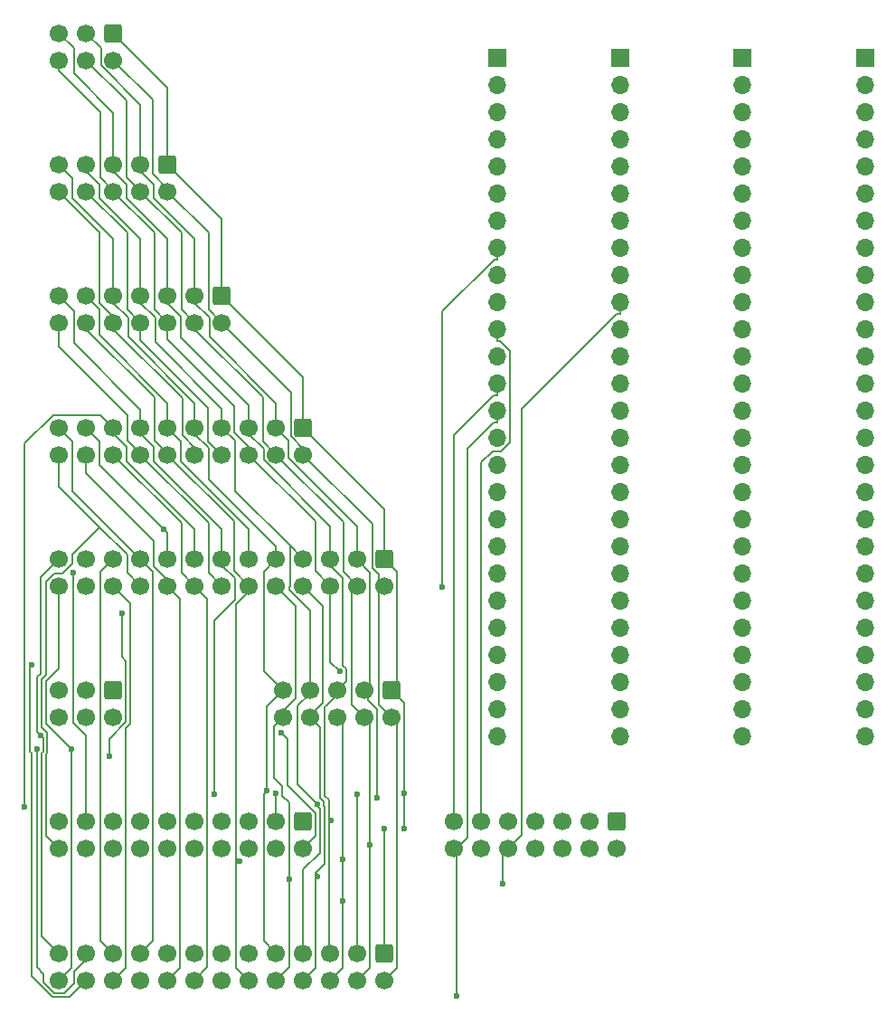
<source format=gbr>
%TF.GenerationSoftware,KiCad,Pcbnew,9.0.0*%
%TF.CreationDate,2025-04-12T15:14:54+10:00*%
%TF.ProjectId,Cable Pass Through,4361626c-6520-4506-9173-73205468726f,rev?*%
%TF.SameCoordinates,Original*%
%TF.FileFunction,Copper,L2,Bot*%
%TF.FilePolarity,Positive*%
%FSLAX46Y46*%
G04 Gerber Fmt 4.6, Leading zero omitted, Abs format (unit mm)*
G04 Created by KiCad (PCBNEW 9.0.0) date 2025-04-12 15:14:54*
%MOMM*%
%LPD*%
G01*
G04 APERTURE LIST*
G04 Aperture macros list*
%AMRoundRect*
0 Rectangle with rounded corners*
0 $1 Rounding radius*
0 $2 $3 $4 $5 $6 $7 $8 $9 X,Y pos of 4 corners*
0 Add a 4 corners polygon primitive as box body*
4,1,4,$2,$3,$4,$5,$6,$7,$8,$9,$2,$3,0*
0 Add four circle primitives for the rounded corners*
1,1,$1+$1,$2,$3*
1,1,$1+$1,$4,$5*
1,1,$1+$1,$6,$7*
1,1,$1+$1,$8,$9*
0 Add four rect primitives between the rounded corners*
20,1,$1+$1,$2,$3,$4,$5,0*
20,1,$1+$1,$4,$5,$6,$7,0*
20,1,$1+$1,$6,$7,$8,$9,0*
20,1,$1+$1,$8,$9,$2,$3,0*%
G04 Aperture macros list end*
%TA.AperFunction,ComponentPad*%
%ADD10R,1.700000X1.700000*%
%TD*%
%TA.AperFunction,ComponentPad*%
%ADD11O,1.700000X1.700000*%
%TD*%
%TA.AperFunction,ComponentPad*%
%ADD12RoundRect,0.250000X-0.600000X0.600000X-0.600000X-0.600000X0.600000X-0.600000X0.600000X0.600000X0*%
%TD*%
%TA.AperFunction,ComponentPad*%
%ADD13C,1.700000*%
%TD*%
%TA.AperFunction,ViaPad*%
%ADD14C,0.600000*%
%TD*%
%TA.AperFunction,Conductor*%
%ADD15C,0.200000*%
%TD*%
G04 APERTURE END LIST*
D10*
%TO.P,J14,1,Pin_1*%
%TO.N,/PIN_01*%
X131000000Y-45240000D03*
D11*
%TO.P,J14,2,Pin_2*%
%TO.N,/PIN_02*%
X131000000Y-47780000D03*
%TO.P,J14,3,Pin_3*%
%TO.N,/PIN_03*%
X131000000Y-50320000D03*
%TO.P,J14,4,Pin_4*%
%TO.N,/PIN_04*%
X131000000Y-52860000D03*
%TO.P,J14,5,Pin_5*%
%TO.N,/PIN_05*%
X131000000Y-55400000D03*
%TO.P,J14,6,Pin_6*%
%TO.N,/PIN_06*%
X131000000Y-57940000D03*
%TO.P,J14,7,Pin_7*%
%TO.N,/PIN_07*%
X131000000Y-60480000D03*
%TO.P,J14,8,Pin_8*%
%TO.N,/PIN_08*%
X131000000Y-63020000D03*
%TO.P,J14,9,Pin_9*%
%TO.N,/PIN_09*%
X131000000Y-65560000D03*
%TO.P,J14,10,Pin_10*%
%TO.N,/PIN_10*%
X131000000Y-68100000D03*
%TO.P,J14,11,Pin_11*%
%TO.N,/PIN_11*%
X131000000Y-70640000D03*
%TO.P,J14,12,Pin_12*%
%TO.N,/PIN_12*%
X131000000Y-73180000D03*
%TO.P,J14,13,Pin_13*%
%TO.N,/PIN_13*%
X131000000Y-75720000D03*
%TO.P,J14,14,Pin_14*%
%TO.N,/PIN_14*%
X131000000Y-78260000D03*
%TO.P,J14,15,Pin_15*%
%TO.N,/PIN_15*%
X131000000Y-80800000D03*
%TO.P,J14,16,Pin_16*%
%TO.N,/PIN_16*%
X131000000Y-83340000D03*
%TO.P,J14,17,Pin_17*%
%TO.N,/PIN_17*%
X131000000Y-85880000D03*
%TO.P,J14,18,Pin_18*%
%TO.N,/PIN_18*%
X131000000Y-88420000D03*
%TO.P,J14,19,Pin_19*%
%TO.N,/PIN_19*%
X131000000Y-90960000D03*
%TO.P,J14,20,Pin_20*%
%TO.N,/PIN_20*%
X131000000Y-93500000D03*
%TO.P,J14,21,Pin_21*%
%TO.N,/PIN_21*%
X131000000Y-96040000D03*
%TO.P,J14,22,Pin_22*%
%TO.N,/PIN_22*%
X131000000Y-98580000D03*
%TO.P,J14,23,Pin_23*%
%TO.N,/PIN_23*%
X131000000Y-101120000D03*
%TO.P,J14,24,Pin_24*%
%TO.N,/PIN_24*%
X131000000Y-103660000D03*
%TO.P,J14,25,Pin_25*%
%TO.N,/PIN_25*%
X131000000Y-106200000D03*
%TO.P,J14,26,Pin_26*%
%TO.N,/PIN_26*%
X131000000Y-108740000D03*
%TD*%
D10*
%TO.P,J13,1,Pin_1*%
%TO.N,/PIN_01*%
X119500000Y-45240000D03*
D11*
%TO.P,J13,2,Pin_2*%
%TO.N,/PIN_02*%
X119500000Y-47780000D03*
%TO.P,J13,3,Pin_3*%
%TO.N,/PIN_03*%
X119500000Y-50320000D03*
%TO.P,J13,4,Pin_4*%
%TO.N,/PIN_04*%
X119500000Y-52860000D03*
%TO.P,J13,5,Pin_5*%
%TO.N,/PIN_05*%
X119500000Y-55400000D03*
%TO.P,J13,6,Pin_6*%
%TO.N,/PIN_06*%
X119500000Y-57940000D03*
%TO.P,J13,7,Pin_7*%
%TO.N,/PIN_07*%
X119500000Y-60480000D03*
%TO.P,J13,8,Pin_8*%
%TO.N,/PIN_08*%
X119500000Y-63020000D03*
%TO.P,J13,9,Pin_9*%
%TO.N,/PIN_09*%
X119500000Y-65560000D03*
%TO.P,J13,10,Pin_10*%
%TO.N,/PIN_10*%
X119500000Y-68100000D03*
%TO.P,J13,11,Pin_11*%
%TO.N,/PIN_11*%
X119500000Y-70640000D03*
%TO.P,J13,12,Pin_12*%
%TO.N,/PIN_12*%
X119500000Y-73180000D03*
%TO.P,J13,13,Pin_13*%
%TO.N,/PIN_13*%
X119500000Y-75720000D03*
%TO.P,J13,14,Pin_14*%
%TO.N,/PIN_14*%
X119500000Y-78260000D03*
%TO.P,J13,15,Pin_15*%
%TO.N,/PIN_15*%
X119500000Y-80800000D03*
%TO.P,J13,16,Pin_16*%
%TO.N,/PIN_16*%
X119500000Y-83340000D03*
%TO.P,J13,17,Pin_17*%
%TO.N,/PIN_17*%
X119500000Y-85880000D03*
%TO.P,J13,18,Pin_18*%
%TO.N,/PIN_18*%
X119500000Y-88420000D03*
%TO.P,J13,19,Pin_19*%
%TO.N,/PIN_19*%
X119500000Y-90960000D03*
%TO.P,J13,20,Pin_20*%
%TO.N,/PIN_20*%
X119500000Y-93500000D03*
%TO.P,J13,21,Pin_21*%
%TO.N,/PIN_21*%
X119500000Y-96040000D03*
%TO.P,J13,22,Pin_22*%
%TO.N,/PIN_22*%
X119500000Y-98580000D03*
%TO.P,J13,23,Pin_23*%
%TO.N,/PIN_23*%
X119500000Y-101120000D03*
%TO.P,J13,24,Pin_24*%
%TO.N,/PIN_24*%
X119500000Y-103660000D03*
%TO.P,J13,25,Pin_25*%
%TO.N,/PIN_25*%
X119500000Y-106200000D03*
%TO.P,J13,26,Pin_26*%
%TO.N,/PIN_26*%
X119500000Y-108740000D03*
%TD*%
D10*
%TO.P,J12,1,Pin_1*%
%TO.N,/PIN_01*%
X108000000Y-45240000D03*
D11*
%TO.P,J12,2,Pin_2*%
%TO.N,/PIN_02*%
X108000000Y-47780000D03*
%TO.P,J12,3,Pin_3*%
%TO.N,/PIN_03*%
X108000000Y-50320000D03*
%TO.P,J12,4,Pin_4*%
%TO.N,/PIN_04*%
X108000000Y-52860000D03*
%TO.P,J12,5,Pin_5*%
%TO.N,/PIN_05*%
X108000000Y-55400000D03*
%TO.P,J12,6,Pin_6*%
%TO.N,/PIN_06*%
X108000000Y-57940000D03*
%TO.P,J12,7,Pin_7*%
%TO.N,/PIN_07*%
X108000000Y-60480000D03*
%TO.P,J12,8,Pin_8*%
%TO.N,/PIN_08*%
X108000000Y-63020000D03*
%TO.P,J12,9,Pin_9*%
%TO.N,/PIN_09*%
X108000000Y-65560000D03*
%TO.P,J12,10,Pin_10*%
%TO.N,/PIN_10*%
X108000000Y-68100000D03*
%TO.P,J12,11,Pin_11*%
%TO.N,/PIN_11*%
X108000000Y-70640000D03*
%TO.P,J12,12,Pin_12*%
%TO.N,/PIN_12*%
X108000000Y-73180000D03*
%TO.P,J12,13,Pin_13*%
%TO.N,/PIN_13*%
X108000000Y-75720000D03*
%TO.P,J12,14,Pin_14*%
%TO.N,/PIN_14*%
X108000000Y-78260000D03*
%TO.P,J12,15,Pin_15*%
%TO.N,/PIN_15*%
X108000000Y-80800000D03*
%TO.P,J12,16,Pin_16*%
%TO.N,/PIN_16*%
X108000000Y-83340000D03*
%TO.P,J12,17,Pin_17*%
%TO.N,/PIN_17*%
X108000000Y-85880000D03*
%TO.P,J12,18,Pin_18*%
%TO.N,/PIN_18*%
X108000000Y-88420000D03*
%TO.P,J12,19,Pin_19*%
%TO.N,/PIN_19*%
X108000000Y-90960000D03*
%TO.P,J12,20,Pin_20*%
%TO.N,/PIN_20*%
X108000000Y-93500000D03*
%TO.P,J12,21,Pin_21*%
%TO.N,/PIN_21*%
X108000000Y-96040000D03*
%TO.P,J12,22,Pin_22*%
%TO.N,/PIN_22*%
X108000000Y-98580000D03*
%TO.P,J12,23,Pin_23*%
%TO.N,/PIN_23*%
X108000000Y-101120000D03*
%TO.P,J12,24,Pin_24*%
%TO.N,/PIN_24*%
X108000000Y-103660000D03*
%TO.P,J12,25,Pin_25*%
%TO.N,/PIN_25*%
X108000000Y-106200000D03*
%TO.P,J12,26,Pin_26*%
%TO.N,/PIN_26*%
X108000000Y-108740000D03*
%TD*%
D10*
%TO.P,J3,1,Pin_1*%
%TO.N,/PIN_01*%
X96500000Y-45240000D03*
D11*
%TO.P,J3,2,Pin_2*%
%TO.N,/PIN_02*%
X96500000Y-47780000D03*
%TO.P,J3,3,Pin_3*%
%TO.N,/PIN_03*%
X96500000Y-50320000D03*
%TO.P,J3,4,Pin_4*%
%TO.N,/PIN_04*%
X96500000Y-52860000D03*
%TO.P,J3,5,Pin_5*%
%TO.N,/PIN_05*%
X96500000Y-55400000D03*
%TO.P,J3,6,Pin_6*%
%TO.N,/PIN_06*%
X96500000Y-57940000D03*
%TO.P,J3,7,Pin_7*%
%TO.N,/PIN_07*%
X96500000Y-60480000D03*
%TO.P,J3,8,Pin_8*%
%TO.N,/PIN_08*%
X96500000Y-63020000D03*
%TO.P,J3,9,Pin_9*%
%TO.N,/PIN_09*%
X96500000Y-65560000D03*
%TO.P,J3,10,Pin_10*%
%TO.N,/PIN_10*%
X96500000Y-68100000D03*
%TO.P,J3,11,Pin_11*%
%TO.N,/PIN_11*%
X96500000Y-70640000D03*
%TO.P,J3,12,Pin_12*%
%TO.N,/PIN_12*%
X96500000Y-73180000D03*
%TO.P,J3,13,Pin_13*%
%TO.N,/PIN_13*%
X96500000Y-75720000D03*
%TO.P,J3,14,Pin_14*%
%TO.N,/PIN_14*%
X96500000Y-78260000D03*
%TO.P,J3,15,Pin_15*%
%TO.N,/PIN_15*%
X96500000Y-80800000D03*
%TO.P,J3,16,Pin_16*%
%TO.N,/PIN_16*%
X96500000Y-83340000D03*
%TO.P,J3,17,Pin_17*%
%TO.N,/PIN_17*%
X96500000Y-85880000D03*
%TO.P,J3,18,Pin_18*%
%TO.N,/PIN_18*%
X96500000Y-88420000D03*
%TO.P,J3,19,Pin_19*%
%TO.N,/PIN_19*%
X96500000Y-90960000D03*
%TO.P,J3,20,Pin_20*%
%TO.N,/PIN_20*%
X96500000Y-93500000D03*
%TO.P,J3,21,Pin_21*%
%TO.N,/PIN_21*%
X96500000Y-96040000D03*
%TO.P,J3,22,Pin_22*%
%TO.N,/PIN_22*%
X96500000Y-98580000D03*
%TO.P,J3,23,Pin_23*%
%TO.N,/PIN_23*%
X96500000Y-101120000D03*
%TO.P,J3,24,Pin_24*%
%TO.N,/PIN_24*%
X96500000Y-103660000D03*
%TO.P,J3,25,Pin_25*%
%TO.N,/PIN_25*%
X96500000Y-106200000D03*
%TO.P,J3,26,Pin_26*%
%TO.N,/PIN_26*%
X96500000Y-108740000D03*
%TD*%
D12*
%TO.P,J6,1,Pin_1*%
%TO.N,/PIN_01*%
X78350000Y-79862600D03*
D13*
%TO.P,J6,2,Pin_2*%
%TO.N,/PIN_02*%
X78350000Y-82402600D03*
%TO.P,J6,3,Pin_3*%
%TO.N,/PIN_03*%
X75810000Y-79862600D03*
%TO.P,J6,4,Pin_4*%
%TO.N,/PIN_04*%
X75810000Y-82402600D03*
%TO.P,J6,5,Pin_5*%
%TO.N,/PIN_05*%
X73270000Y-79862600D03*
%TO.P,J6,6,Pin_6*%
%TO.N,/PIN_06*%
X73270000Y-82402600D03*
%TO.P,J6,7,Pin_7*%
%TO.N,/PIN_07*%
X70730000Y-79862600D03*
%TO.P,J6,8,Pin_8*%
%TO.N,/PIN_08*%
X70730000Y-82402600D03*
%TO.P,J6,9,Pin_9*%
%TO.N,/PIN_09*%
X68190000Y-79862600D03*
%TO.P,J6,10,Pin_10*%
%TO.N,/PIN_10*%
X68190000Y-82402600D03*
%TO.P,J6,11,Pin_11*%
%TO.N,/PIN_11*%
X65650000Y-79862600D03*
%TO.P,J6,12,Pin_12*%
%TO.N,/PIN_12*%
X65650000Y-82402600D03*
%TO.P,J6,13,Pin_13*%
%TO.N,/PIN_13*%
X63110000Y-79862600D03*
%TO.P,J6,14,Pin_14*%
%TO.N,/PIN_14*%
X63110000Y-82402600D03*
%TO.P,J6,15,Pin_15*%
%TO.N,/PIN_15*%
X60570000Y-79862600D03*
%TO.P,J6,16,Pin_16*%
%TO.N,/PIN_16*%
X60570000Y-82402600D03*
%TO.P,J6,17,Pin_17*%
%TO.N,/PIN_17*%
X58030000Y-79862600D03*
%TO.P,J6,18,Pin_18*%
%TO.N,/PIN_18*%
X58030000Y-82402600D03*
%TO.P,J6,19,Pin_19*%
%TO.N,/PIN_19*%
X55490000Y-79862600D03*
%TO.P,J6,20,Pin_20*%
%TO.N,/PIN_20*%
X55490000Y-82402600D03*
%TD*%
D12*
%TO.P,J10,1,Pin_1*%
%TO.N,/PIN_01*%
X78350000Y-116765100D03*
D13*
%TO.P,J10,2,Pin_2*%
%TO.N,/PIN_02*%
X78350000Y-119305100D03*
%TO.P,J10,3,Pin_3*%
%TO.N,/PIN_03*%
X75810000Y-116765100D03*
%TO.P,J10,4,Pin_4*%
%TO.N,/PIN_04*%
X75810000Y-119305100D03*
%TO.P,J10,5,Pin_5*%
%TO.N,/PIN_05*%
X73270000Y-116765100D03*
%TO.P,J10,6,Pin_6*%
%TO.N,/PIN_06*%
X73270000Y-119305100D03*
%TO.P,J10,7,Pin_7*%
%TO.N,/PIN_07*%
X70730000Y-116765100D03*
%TO.P,J10,8,Pin_8*%
%TO.N,/PIN_08*%
X70730000Y-119305100D03*
%TO.P,J10,9,Pin_9*%
%TO.N,/PIN_09*%
X68190000Y-116765100D03*
%TO.P,J10,10,Pin_10*%
%TO.N,/PIN_10*%
X68190000Y-119305100D03*
%TO.P,J10,11,Pin_11*%
%TO.N,/PIN_11*%
X65650000Y-116765100D03*
%TO.P,J10,12,Pin_12*%
%TO.N,/PIN_12*%
X65650000Y-119305100D03*
%TO.P,J10,13,Pin_13*%
%TO.N,/PIN_13*%
X63110000Y-116765100D03*
%TO.P,J10,14,Pin_14*%
%TO.N,/PIN_14*%
X63110000Y-119305100D03*
%TO.P,J10,15,Pin_15*%
%TO.N,/PIN_15*%
X60570000Y-116765100D03*
%TO.P,J10,16,Pin_16*%
%TO.N,/PIN_16*%
X60570000Y-119305100D03*
%TO.P,J10,17,Pin_17*%
%TO.N,/PIN_17*%
X58030000Y-116765100D03*
%TO.P,J10,18,Pin_18*%
%TO.N,/PIN_18*%
X58030000Y-119305100D03*
%TO.P,J10,19,Pin_19*%
%TO.N,/PIN_19*%
X55490000Y-116765100D03*
%TO.P,J10,20,Pin_20*%
%TO.N,/PIN_20*%
X55490000Y-119305100D03*
%TD*%
D12*
%TO.P,J8,1,Pin_1*%
%TO.N,/PIN_01*%
X86620000Y-104464300D03*
D13*
%TO.P,J8,2,Pin_2*%
%TO.N,/PIN_02*%
X86620000Y-107004300D03*
%TO.P,J8,3,Pin_3*%
%TO.N,/PIN_03*%
X84080000Y-104464300D03*
%TO.P,J8,4,Pin_4*%
%TO.N,/PIN_04*%
X84080000Y-107004300D03*
%TO.P,J8,5,Pin_5*%
%TO.N,/PIN_05*%
X81540000Y-104464300D03*
%TO.P,J8,6,Pin_6*%
%TO.N,/PIN_06*%
X81540000Y-107004300D03*
%TO.P,J8,7,Pin_7*%
%TO.N,/PIN_07*%
X79000000Y-104464300D03*
%TO.P,J8,8,Pin_8*%
%TO.N,/PIN_08*%
X79000000Y-107004300D03*
%TO.P,J8,9,Pin_9*%
%TO.N,/PIN_09*%
X76460000Y-104464300D03*
%TO.P,J8,10,Pin_10*%
%TO.N,/PIN_10*%
X76460000Y-107004300D03*
%TD*%
D12*
%TO.P,J4,1,Pin_1*%
%TO.N,/PIN_01*%
X65650000Y-55260900D03*
D13*
%TO.P,J4,2,Pin_2*%
%TO.N,/PIN_02*%
X65650000Y-57800900D03*
%TO.P,J4,3,Pin_3*%
%TO.N,/PIN_03*%
X63110000Y-55260900D03*
%TO.P,J4,4,Pin_4*%
%TO.N,/PIN_04*%
X63110000Y-57800900D03*
%TO.P,J4,5,Pin_5*%
%TO.N,/PIN_05*%
X60570000Y-55260900D03*
%TO.P,J4,6,Pin_6*%
%TO.N,/PIN_06*%
X60570000Y-57800900D03*
%TO.P,J4,7,Pin_7*%
%TO.N,/PIN_07*%
X58030000Y-55260900D03*
%TO.P,J4,8,Pin_8*%
%TO.N,/PIN_08*%
X58030000Y-57800900D03*
%TO.P,J4,9,Pin_9*%
%TO.N,/PIN_09*%
X55490000Y-55260900D03*
%TO.P,J4,10,Pin_10*%
%TO.N,/PIN_10*%
X55490000Y-57800900D03*
%TD*%
D12*
%TO.P,J1,1,Pin_1*%
%TO.N,/PIN_01*%
X60580000Y-104464300D03*
D13*
%TO.P,J1,2,Pin_2*%
%TO.N,/PIN_02*%
X60580000Y-107004300D03*
%TO.P,J1,3,Pin_3*%
%TO.N,/PIN_03*%
X58040000Y-104464300D03*
%TO.P,J1,4,Pin_4*%
%TO.N,/PIN_04*%
X58040000Y-107004300D03*
%TO.P,J1,5,Pin_5*%
%TO.N,/PIN_05*%
X55500000Y-104464300D03*
%TO.P,J1,6,Pin_6*%
%TO.N,/PIN_06*%
X55500000Y-107004300D03*
%TD*%
D12*
%TO.P,J9,1,Pin_1*%
%TO.N,/PIN_01*%
X107740000Y-116765100D03*
D13*
%TO.P,J9,2,Pin_2*%
%TO.N,/PIN_02*%
X107740000Y-119305100D03*
%TO.P,J9,3,Pin_3*%
%TO.N,/PIN_03*%
X105200000Y-116765100D03*
%TO.P,J9,4,Pin_4*%
%TO.N,/PIN_04*%
X105200000Y-119305100D03*
%TO.P,J9,5,Pin_5*%
%TO.N,/PIN_05*%
X102660000Y-116765100D03*
%TO.P,J9,6,Pin_6*%
%TO.N,/PIN_06*%
X102660000Y-119305100D03*
%TO.P,J9,7,Pin_7*%
%TO.N,/PIN_07*%
X100120000Y-116765100D03*
%TO.P,J9,8,Pin_8*%
%TO.N,/PIN_08*%
X100120000Y-119305100D03*
%TO.P,J9,9,Pin_9*%
%TO.N,/PIN_09*%
X97580000Y-116765100D03*
%TO.P,J9,10,Pin_10*%
%TO.N,/PIN_10*%
X97580000Y-119305100D03*
%TO.P,J9,11,Pin_11*%
%TO.N,/PIN_11*%
X95040000Y-116765100D03*
%TO.P,J9,12,Pin_12*%
%TO.N,/PIN_12*%
X95040000Y-119305100D03*
%TO.P,J9,13,Pin_13*%
%TO.N,/PIN_13*%
X92500000Y-116765100D03*
%TO.P,J9,14,Pin_14*%
%TO.N,/PIN_14*%
X92500000Y-119305100D03*
%TD*%
D12*
%TO.P,J2,1,Pin_1*%
%TO.N,/PIN_01*%
X60580000Y-42960000D03*
D13*
%TO.P,J2,2,Pin_2*%
%TO.N,/PIN_02*%
X60580000Y-45500000D03*
%TO.P,J2,3,Pin_3*%
%TO.N,/PIN_03*%
X58040000Y-42960000D03*
%TO.P,J2,4,Pin_4*%
%TO.N,/PIN_04*%
X58040000Y-45500000D03*
%TO.P,J2,5,Pin_5*%
%TO.N,/PIN_05*%
X55500000Y-42960000D03*
%TO.P,J2,6,Pin_6*%
%TO.N,/PIN_06*%
X55500000Y-45500000D03*
%TD*%
D12*
%TO.P,J7,1,Pin_1*%
%TO.N,/PIN_01*%
X85970000Y-129066000D03*
D13*
%TO.P,J7,2,Pin_2*%
%TO.N,/PIN_02*%
X85970000Y-131606000D03*
%TO.P,J7,3,Pin_3*%
%TO.N,/PIN_03*%
X83430000Y-129066000D03*
%TO.P,J7,4,Pin_4*%
%TO.N,/PIN_04*%
X83430000Y-131606000D03*
%TO.P,J7,5,Pin_5*%
%TO.N,/PIN_05*%
X80890000Y-129066000D03*
%TO.P,J7,6,Pin_6*%
%TO.N,/PIN_06*%
X80890000Y-131606000D03*
%TO.P,J7,7,Pin_7*%
%TO.N,/PIN_07*%
X78350000Y-129066000D03*
%TO.P,J7,8,Pin_8*%
%TO.N,/PIN_08*%
X78350000Y-131606000D03*
%TO.P,J7,9,Pin_9*%
%TO.N,/PIN_09*%
X75810000Y-129066000D03*
%TO.P,J7,10,Pin_10*%
%TO.N,/PIN_10*%
X75810000Y-131606000D03*
%TO.P,J7,11,Pin_11*%
%TO.N,/PIN_11*%
X73270000Y-129066000D03*
%TO.P,J7,12,Pin_12*%
%TO.N,/PIN_12*%
X73270000Y-131606000D03*
%TO.P,J7,13,Pin_13*%
%TO.N,/PIN_13*%
X70730000Y-129066000D03*
%TO.P,J7,14,Pin_14*%
%TO.N,/PIN_14*%
X70730000Y-131606000D03*
%TO.P,J7,15,Pin_15*%
%TO.N,/PIN_15*%
X68190000Y-129066000D03*
%TO.P,J7,16,Pin_16*%
%TO.N,/PIN_16*%
X68190000Y-131606000D03*
%TO.P,J7,17,Pin_17*%
%TO.N,/PIN_17*%
X65650000Y-129066000D03*
%TO.P,J7,18,Pin_18*%
%TO.N,/PIN_18*%
X65650000Y-131606000D03*
%TO.P,J7,19,Pin_19*%
%TO.N,/PIN_19*%
X63110000Y-129066000D03*
%TO.P,J7,20,Pin_20*%
%TO.N,/PIN_20*%
X63110000Y-131606000D03*
%TO.P,J7,21,Pin_21*%
%TO.N,/PIN_21*%
X60570000Y-129066000D03*
%TO.P,J7,22,Pin_22*%
%TO.N,/PIN_22*%
X60570000Y-131606000D03*
%TO.P,J7,23,Pin_23*%
%TO.N,/PIN_23*%
X58030000Y-129066000D03*
%TO.P,J7,24,Pin_24*%
%TO.N,/PIN_24*%
X58030000Y-131606000D03*
%TO.P,J7,25,Pin_25*%
%TO.N,/PIN_25*%
X55490000Y-129066000D03*
%TO.P,J7,26,Pin_26*%
%TO.N,/PIN_26*%
X55490000Y-131606000D03*
%TD*%
D12*
%TO.P,J5,1,Pin_1*%
%TO.N,/PIN_01*%
X70730000Y-67561700D03*
D13*
%TO.P,J5,2,Pin_2*%
%TO.N,/PIN_02*%
X70730000Y-70101700D03*
%TO.P,J5,3,Pin_3*%
%TO.N,/PIN_03*%
X68190000Y-67561700D03*
%TO.P,J5,4,Pin_4*%
%TO.N,/PIN_04*%
X68190000Y-70101700D03*
%TO.P,J5,5,Pin_5*%
%TO.N,/PIN_05*%
X65650000Y-67561700D03*
%TO.P,J5,6,Pin_6*%
%TO.N,/PIN_06*%
X65650000Y-70101700D03*
%TO.P,J5,7,Pin_7*%
%TO.N,/PIN_07*%
X63110000Y-67561700D03*
%TO.P,J5,8,Pin_8*%
%TO.N,/PIN_08*%
X63110000Y-70101700D03*
%TO.P,J5,9,Pin_9*%
%TO.N,/PIN_09*%
X60570000Y-67561700D03*
%TO.P,J5,10,Pin_10*%
%TO.N,/PIN_10*%
X60570000Y-70101700D03*
%TO.P,J5,11,Pin_11*%
%TO.N,/PIN_11*%
X58030000Y-67561700D03*
%TO.P,J5,12,Pin_12*%
%TO.N,/PIN_12*%
X58030000Y-70101700D03*
%TO.P,J5,13,Pin_13*%
%TO.N,/PIN_13*%
X55490000Y-67561700D03*
%TO.P,J5,14,Pin_14*%
%TO.N,/PIN_14*%
X55490000Y-70101700D03*
%TD*%
D12*
%TO.P,J11,1,Pin_1*%
%TO.N,/PIN_01*%
X85970000Y-92163400D03*
D13*
%TO.P,J11,2,Pin_2*%
%TO.N,/PIN_02*%
X85970000Y-94703400D03*
%TO.P,J11,3,Pin_3*%
%TO.N,/PIN_03*%
X83430000Y-92163400D03*
%TO.P,J11,4,Pin_4*%
%TO.N,/PIN_04*%
X83430000Y-94703400D03*
%TO.P,J11,5,Pin_5*%
%TO.N,/PIN_05*%
X80890000Y-92163400D03*
%TO.P,J11,6,Pin_6*%
%TO.N,/PIN_06*%
X80890000Y-94703400D03*
%TO.P,J11,7,Pin_7*%
%TO.N,/PIN_07*%
X78350000Y-92163400D03*
%TO.P,J11,8,Pin_8*%
%TO.N,/PIN_08*%
X78350000Y-94703400D03*
%TO.P,J11,9,Pin_9*%
%TO.N,/PIN_09*%
X75810000Y-92163400D03*
%TO.P,J11,10,Pin_10*%
%TO.N,/PIN_10*%
X75810000Y-94703400D03*
%TO.P,J11,11,Pin_11*%
%TO.N,/PIN_11*%
X73270000Y-92163400D03*
%TO.P,J11,12,Pin_12*%
%TO.N,/PIN_12*%
X73270000Y-94703400D03*
%TO.P,J11,13,Pin_13*%
%TO.N,/PIN_13*%
X70730000Y-92163400D03*
%TO.P,J11,14,Pin_14*%
%TO.N,/PIN_14*%
X70730000Y-94703400D03*
%TO.P,J11,15,Pin_15*%
%TO.N,/PIN_15*%
X68190000Y-92163400D03*
%TO.P,J11,16,Pin_16*%
%TO.N,/PIN_16*%
X68190000Y-94703400D03*
%TO.P,J11,17,Pin_17*%
%TO.N,/PIN_17*%
X65650000Y-92163400D03*
%TO.P,J11,18,Pin_18*%
%TO.N,/PIN_18*%
X65650000Y-94703400D03*
%TO.P,J11,19,Pin_19*%
%TO.N,/PIN_19*%
X63110000Y-92163400D03*
%TO.P,J11,20,Pin_20*%
%TO.N,/PIN_20*%
X63110000Y-94703400D03*
%TO.P,J11,21,Pin_21*%
%TO.N,/PIN_21*%
X60570000Y-92163400D03*
%TO.P,J11,22,Pin_22*%
%TO.N,/PIN_22*%
X60570000Y-94703400D03*
%TO.P,J11,23,Pin_23*%
%TO.N,/PIN_23*%
X58030000Y-92163400D03*
%TO.P,J11,24,Pin_24*%
%TO.N,/PIN_24*%
X58030000Y-94703400D03*
%TO.P,J11,25,Pin_25*%
%TO.N,/PIN_25*%
X55490000Y-92163400D03*
%TO.P,J11,26,Pin_26*%
%TO.N,/PIN_26*%
X55490000Y-94703400D03*
%TD*%
D14*
%TO.N,/PIN_26*%
X56680500Y-109999100D03*
%TO.N,/PIN_25*%
X53790100Y-108694600D03*
%TO.N,/PIN_24*%
X52916900Y-102077800D03*
%TO.N,/PIN_23*%
X61376100Y-97222100D03*
X60198700Y-110600800D03*
X53395100Y-109925900D03*
%TO.N,/PIN_17*%
X65324600Y-89426700D03*
X56780700Y-93419600D03*
%TO.N,/PIN_15*%
X52258700Y-115371700D03*
%TO.N,/PIN_14*%
X92724200Y-133116900D03*
%TO.N,/PIN_13*%
X70040600Y-114222200D03*
%TO.N,/PIN_12*%
X72380000Y-120493000D03*
%TO.N,/PIN_10*%
X77018700Y-122169400D03*
X97047000Y-122554700D03*
%TO.N,/PIN_09*%
X74954200Y-113879800D03*
%TO.N,/PIN_08*%
X79642100Y-121898200D03*
X91386400Y-94770000D03*
%TO.N,/PIN_07*%
X79697800Y-115095500D03*
%TO.N,/PIN_06*%
X82082500Y-120273900D03*
X82082500Y-124213000D03*
X81757000Y-102677300D03*
%TO.N,/PIN_05*%
X80952500Y-116673000D03*
%TO.N,/PIN_04*%
X84617300Y-118972700D03*
%TO.N,/PIN_03*%
X85231700Y-114495100D03*
X75808400Y-114092100D03*
X83430000Y-114161600D03*
%TO.N,/PIN_02*%
X76278000Y-108442400D03*
%TO.N,/PIN_01*%
X87782400Y-114095000D03*
X87782400Y-117399200D03*
X85970000Y-117399200D03*
%TD*%
D15*
%TO.N,/PIN_26*%
X56680500Y-130415500D02*
X56680500Y-109999100D01*
X55490000Y-131606000D02*
X56680500Y-130415500D01*
X54275000Y-107593600D02*
X56680500Y-109999100D01*
X54275000Y-103636700D02*
X54275000Y-107593600D01*
X55490000Y-102421700D02*
X54275000Y-103636700D01*
X55490000Y-94703400D02*
X55490000Y-102421700D01*
%TO.N,/PIN_25*%
X53746600Y-93906800D02*
X55490000Y-92163400D01*
X53746600Y-102929200D02*
X53746600Y-93906800D01*
X53471600Y-103204200D02*
X53746600Y-102929200D01*
X53471600Y-108376100D02*
X53471600Y-103204200D01*
X53790100Y-108694600D02*
X53471600Y-108376100D01*
X53996800Y-108901300D02*
X53790100Y-108694600D01*
X53996800Y-110175100D02*
X53996800Y-108901300D01*
X53873300Y-110298600D02*
X53996800Y-110175100D01*
X53873300Y-127449300D02*
X53873300Y-110298600D01*
X55490000Y-129066000D02*
X53873300Y-127449300D01*
%TO.N,/PIN_24*%
X56441200Y-133194800D02*
X58030000Y-131606000D01*
X54860700Y-133194800D02*
X56441200Y-133194800D01*
X52916900Y-131251000D02*
X54860700Y-133194800D01*
X52916900Y-110298500D02*
X52916900Y-131251000D01*
X52793400Y-110175000D02*
X52916900Y-110298500D01*
X52793400Y-102201300D02*
X52793400Y-110175000D01*
X52916900Y-102077800D02*
X52793400Y-102201300D01*
%TO.N,/PIN_23*%
X58030000Y-129664600D02*
X58030000Y-129066000D01*
X56878300Y-130816300D02*
X58030000Y-129664600D01*
X56878300Y-131858000D02*
X56878300Y-130816300D01*
X55943200Y-132793100D02*
X56878300Y-131858000D01*
X55027000Y-132793100D02*
X55943200Y-132793100D01*
X54022600Y-131788700D02*
X55027000Y-132793100D01*
X54022600Y-131010500D02*
X54022600Y-131788700D01*
X53395100Y-130383000D02*
X54022600Y-131010500D01*
X53395100Y-109925900D02*
X53395100Y-130383000D01*
X60198700Y-109022600D02*
X60198700Y-110600800D01*
X61760600Y-107460700D02*
X60198700Y-109022600D01*
X61760600Y-101729000D02*
X61760600Y-107460700D01*
X61360400Y-101328800D02*
X61760600Y-101729000D01*
X61360400Y-97237800D02*
X61360400Y-101328800D01*
X61376100Y-97222100D02*
X61360400Y-97237800D01*
%TO.N,/PIN_22*%
X62162300Y-96295700D02*
X60570000Y-94703400D01*
X62162300Y-107627000D02*
X62162300Y-96295700D01*
X61762100Y-108027200D02*
X62162300Y-107627000D01*
X61762100Y-130413900D02*
X61762100Y-108027200D01*
X60570000Y-131606000D02*
X61762100Y-130413900D01*
%TO.N,/PIN_21*%
X59395600Y-127891600D02*
X60570000Y-129066000D01*
X59395600Y-93337800D02*
X59395600Y-127891600D01*
X60570000Y-92163400D02*
X59395600Y-93337800D01*
%TO.N,/PIN_20*%
X55490000Y-85415100D02*
X59299000Y-89224100D01*
X55490000Y-82402600D02*
X55490000Y-85415100D01*
X61857900Y-91783000D02*
X59299000Y-89224100D01*
X61857900Y-93451300D02*
X61857900Y-91783000D01*
X63110000Y-94703400D02*
X61857900Y-93451300D01*
X56760000Y-91763100D02*
X59299000Y-89224100D01*
X56760000Y-92581800D02*
X56760000Y-91763100D01*
X55790100Y-93551700D02*
X56760000Y-92581800D01*
X55013000Y-93551700D02*
X55790100Y-93551700D01*
X54275000Y-94289700D02*
X55013000Y-93551700D01*
X54275000Y-103008400D02*
X54275000Y-94289700D01*
X53873300Y-103410100D02*
X54275000Y-103008400D01*
X53873300Y-107920600D02*
X53873300Y-103410100D01*
X54398500Y-108445800D02*
X53873300Y-107920600D01*
X54398500Y-110341400D02*
X54398500Y-108445800D01*
X54275000Y-110464900D02*
X54398500Y-110341400D01*
X54275000Y-118090100D02*
X54275000Y-110464900D01*
X55490000Y-119305100D02*
X54275000Y-118090100D01*
%TO.N,/PIN_19*%
X56760000Y-85813400D02*
X63110000Y-92163400D01*
X56760000Y-81132600D02*
X56760000Y-85813400D01*
X55490000Y-79862600D02*
X56760000Y-81132600D01*
X64275100Y-127900900D02*
X63110000Y-129066000D01*
X64275100Y-93328500D02*
X64275100Y-127900900D01*
X63110000Y-92163400D02*
X64275100Y-93328500D01*
%TO.N,/PIN_18*%
X65650000Y-94108100D02*
X65650000Y-94703400D01*
X64380000Y-92838100D02*
X65650000Y-94108100D01*
X64380000Y-90493700D02*
X64380000Y-92838100D01*
X58030000Y-84143700D02*
X64380000Y-90493700D01*
X58030000Y-82402600D02*
X58030000Y-84143700D01*
X66840600Y-130415400D02*
X65650000Y-131606000D01*
X66840600Y-95894000D02*
X66840600Y-130415400D01*
X65650000Y-94703400D02*
X66840600Y-95894000D01*
%TO.N,/PIN_17*%
X56780700Y-107471400D02*
X56780700Y-93419600D01*
X58030000Y-108720700D02*
X56780700Y-107471400D01*
X58030000Y-116765100D02*
X58030000Y-108720700D01*
X65650000Y-89752100D02*
X65650000Y-92163400D01*
X65324600Y-89426700D02*
X65650000Y-89752100D01*
X59300000Y-83402100D02*
X65324600Y-89426700D01*
X59300000Y-81132600D02*
X59300000Y-83402100D01*
X58030000Y-79862600D02*
X59300000Y-81132600D01*
%TO.N,/PIN_16*%
X66937900Y-88770500D02*
X60570000Y-82402600D01*
X66937900Y-93451300D02*
X66937900Y-88770500D01*
X68190000Y-94703400D02*
X66937900Y-93451300D01*
X69388900Y-95902300D02*
X68190000Y-94703400D01*
X69388900Y-130407100D02*
X69388900Y-95902300D01*
X68190000Y-131606000D02*
X69388900Y-130407100D01*
%TO.N,/PIN_15*%
X68190000Y-89369800D02*
X68190000Y-92163400D01*
X61840000Y-83019800D02*
X68190000Y-89369800D01*
X61840000Y-81700500D02*
X61840000Y-83019800D01*
X60570000Y-80430500D02*
X61840000Y-81700500D01*
X60570000Y-79862600D02*
X60570000Y-80430500D01*
X52258700Y-81352500D02*
X52258700Y-115371700D01*
X54928600Y-78682600D02*
X52258700Y-81352500D01*
X59390000Y-78682600D02*
X54928600Y-78682600D01*
X60570000Y-79862600D02*
X59390000Y-78682600D01*
%TO.N,/PIN_14*%
X63110000Y-82315700D02*
X63110000Y-82402600D01*
X61881300Y-81087000D02*
X63110000Y-82315700D01*
X61881300Y-78703700D02*
X61881300Y-81087000D01*
X55490000Y-72312400D02*
X61881300Y-78703700D01*
X55490000Y-70101700D02*
X55490000Y-72312400D01*
X96500000Y-78260000D02*
X96500000Y-79411700D01*
X69477900Y-88770500D02*
X63110000Y-82402600D01*
X69477900Y-93451300D02*
X69477900Y-88770500D01*
X70730000Y-94703400D02*
X69477900Y-93451300D01*
X92724200Y-119305100D02*
X92500000Y-119305100D01*
X93770000Y-118259300D02*
X92724200Y-119305100D01*
X93770000Y-81853800D02*
X93770000Y-118259300D01*
X96212100Y-79411700D02*
X93770000Y-81853800D01*
X96500000Y-79411700D02*
X96212100Y-79411700D01*
X92724200Y-119305100D02*
X92724200Y-133116900D01*
%TO.N,/PIN_13*%
X63110000Y-78206900D02*
X63110000Y-79862600D01*
X56878300Y-71975200D02*
X63110000Y-78206900D01*
X56878300Y-68950000D02*
X56878300Y-71975200D01*
X55490000Y-67561700D02*
X56878300Y-68950000D01*
X96500000Y-75720000D02*
X96500000Y-76871700D01*
X70730000Y-89369800D02*
X70730000Y-92163400D01*
X64380000Y-83019800D02*
X70730000Y-89369800D01*
X64380000Y-81700500D02*
X64380000Y-83019800D01*
X63110000Y-80430500D02*
X64380000Y-81700500D01*
X63110000Y-79862600D02*
X63110000Y-80430500D01*
X70040600Y-97932600D02*
X70040600Y-114222200D01*
X71944800Y-96028400D02*
X70040600Y-97932600D01*
X71944800Y-93991100D02*
X71944800Y-96028400D01*
X70730000Y-92776300D02*
X71944800Y-93991100D01*
X70730000Y-92163400D02*
X70730000Y-92776300D01*
X96212100Y-76871700D02*
X96500000Y-76871700D01*
X92500000Y-80583800D02*
X96212100Y-76871700D01*
X92500000Y-116765100D02*
X92500000Y-80583800D01*
%TO.N,/PIN_12*%
X65650000Y-82315700D02*
X65650000Y-82402600D01*
X64421300Y-81087000D02*
X65650000Y-82315700D01*
X64421300Y-77060900D02*
X64421300Y-81087000D01*
X58030000Y-70669600D02*
X64421300Y-77060900D01*
X58030000Y-70101700D02*
X58030000Y-70669600D01*
X72098700Y-120493000D02*
X72380000Y-120493000D01*
X72098700Y-130434700D02*
X73270000Y-131606000D01*
X72098700Y-120493000D02*
X72098700Y-130434700D01*
X71881700Y-93315100D02*
X73270000Y-94703400D01*
X71881700Y-88634300D02*
X71881700Y-93315100D01*
X65650000Y-82402600D02*
X71881700Y-88634300D01*
X73270000Y-95271400D02*
X73270000Y-94703400D01*
X72098700Y-96442700D02*
X73270000Y-95271400D01*
X72098700Y-120493000D02*
X72098700Y-96442700D01*
%TO.N,/PIN_11*%
X65650000Y-77580300D02*
X65650000Y-79862600D01*
X59282000Y-71212300D02*
X65650000Y-77580300D01*
X59282000Y-68813700D02*
X59282000Y-71212300D01*
X58030000Y-67561700D02*
X59282000Y-68813700D01*
X73270000Y-89369800D02*
X73270000Y-92163400D01*
X66920000Y-83019800D02*
X73270000Y-89369800D01*
X66920000Y-81132600D02*
X66920000Y-83019800D01*
X65650000Y-79862600D02*
X66920000Y-81132600D01*
X95040000Y-83146400D02*
X95040000Y-116765100D01*
X96116400Y-82070000D02*
X95040000Y-83146400D01*
X96883000Y-82070000D02*
X96116400Y-82070000D01*
X97681000Y-81272000D02*
X96883000Y-82070000D01*
X97681000Y-72684800D02*
X97681000Y-81272000D01*
X96787900Y-71791700D02*
X97681000Y-72684800D01*
X96500000Y-71791700D02*
X96787900Y-71791700D01*
X96500000Y-70640000D02*
X96500000Y-71791700D01*
%TO.N,/PIN_10*%
X60570000Y-69449100D02*
X60570000Y-70101700D01*
X59300000Y-68179100D02*
X60570000Y-69449100D01*
X59300000Y-61610900D02*
X59300000Y-68179100D01*
X55490000Y-57800900D02*
X59300000Y-61610900D01*
X68190000Y-81774200D02*
X68190000Y-82402600D01*
X67038300Y-80622500D02*
X68190000Y-81774200D01*
X67038300Y-77137900D02*
X67038300Y-80622500D01*
X60570000Y-70669600D02*
X67038300Y-77137900D01*
X60570000Y-70101700D02*
X60570000Y-70669600D01*
X77018700Y-130397300D02*
X75810000Y-131606000D01*
X77018700Y-122169400D02*
X77018700Y-130397300D01*
X76460000Y-106436300D02*
X76460000Y-107004300D01*
X77650500Y-105245800D02*
X76460000Y-106436300D01*
X77650500Y-96543900D02*
X77650500Y-105245800D01*
X75810000Y-94703400D02*
X77650500Y-96543900D01*
X97047000Y-119838100D02*
X97580000Y-119305100D01*
X97047000Y-122554700D02*
X97047000Y-119838100D01*
X107731500Y-69251700D02*
X108000000Y-69251700D01*
X98850000Y-78133200D02*
X107731500Y-69251700D01*
X98850000Y-118035100D02*
X98850000Y-78133200D01*
X97580000Y-119305100D02*
X98850000Y-118035100D01*
X108000000Y-68100000D02*
X108000000Y-69251700D01*
X77018700Y-114982500D02*
X77018700Y-122169400D01*
X76410200Y-114374000D02*
X77018700Y-114982500D01*
X76410200Y-113409700D02*
X76410200Y-114374000D01*
X75638400Y-112637900D02*
X76410200Y-113409700D01*
X75638400Y-107825900D02*
X75638400Y-112637900D01*
X76460000Y-107004300D02*
X75638400Y-107825900D01*
%TO.N,/PIN_09*%
X60570000Y-62228100D02*
X60570000Y-67561700D01*
X56760000Y-58418100D02*
X60570000Y-62228100D01*
X56760000Y-56530900D02*
X56760000Y-58418100D01*
X55490000Y-55260900D02*
X56760000Y-56530900D01*
X68190000Y-77580300D02*
X68190000Y-79862600D01*
X61958300Y-71348600D02*
X68190000Y-77580300D01*
X61958300Y-69587700D02*
X61958300Y-71348600D01*
X60570000Y-68199400D02*
X61958300Y-69587700D01*
X60570000Y-67561700D02*
X60570000Y-68199400D01*
X74658300Y-114175700D02*
X74954200Y-113879800D01*
X74658300Y-127914300D02*
X74658300Y-114175700D01*
X75810000Y-129066000D02*
X74658300Y-127914300D01*
X74954200Y-105970100D02*
X74954200Y-113879800D01*
X76460000Y-104464300D02*
X74954200Y-105970100D01*
X74643500Y-102647800D02*
X76460000Y-104464300D01*
X74643500Y-93329900D02*
X74643500Y-102647800D01*
X75810000Y-92163400D02*
X74643500Y-93329900D01*
X75809900Y-92163400D02*
X75810000Y-92163400D01*
X75809900Y-90996400D02*
X75809900Y-92163400D01*
X69508000Y-84694500D02*
X75809900Y-90996400D01*
X69508000Y-81809000D02*
X69508000Y-84694500D01*
X68190000Y-80491000D02*
X69508000Y-81809000D01*
X68190000Y-79862600D02*
X68190000Y-80491000D01*
%TO.N,/PIN_08*%
X61857900Y-61628800D02*
X58030000Y-57800900D01*
X61857900Y-68849600D02*
X61857900Y-61628800D01*
X63110000Y-70101700D02*
X61857900Y-68849600D01*
X79547300Y-130408700D02*
X79547300Y-121524700D01*
X78350000Y-131606000D02*
X79547300Y-130408700D01*
X79642100Y-121751300D02*
X79642100Y-121898200D01*
X79589000Y-121698200D02*
X79642100Y-121751300D01*
X79589000Y-121566400D02*
X79589000Y-121698200D01*
X79547300Y-121524700D02*
X79589000Y-121566400D01*
X80190600Y-96544000D02*
X78350000Y-94703400D01*
X80190600Y-105644300D02*
X80190600Y-96544000D01*
X79000000Y-106834900D02*
X80190600Y-105644300D01*
X79000000Y-107004300D02*
X79000000Y-106834900D01*
X69460000Y-81132600D02*
X70730000Y-82402600D01*
X69460000Y-78016300D02*
X69460000Y-81132600D01*
X63110000Y-71666300D02*
X69460000Y-78016300D01*
X63110000Y-70101700D02*
X63110000Y-71666300D01*
X79949000Y-107953300D02*
X79000000Y-107004300D01*
X79949000Y-114495800D02*
X79949000Y-107953300D01*
X80299500Y-114846300D02*
X79949000Y-114495800D01*
X80299500Y-115313500D02*
X80299500Y-114846300D01*
X80350700Y-115364700D02*
X80299500Y-115313500D01*
X80350700Y-120721300D02*
X80350700Y-115364700D01*
X79547300Y-121524700D02*
X80350700Y-120721300D01*
X96231500Y-64171700D02*
X96500000Y-64171700D01*
X91386400Y-69016800D02*
X96231500Y-64171700D01*
X91386400Y-94770000D02*
X91386400Y-69016800D01*
X96500000Y-63020000D02*
X96500000Y-64171700D01*
%TO.N,/PIN_07*%
X63110000Y-62228100D02*
X63110000Y-67561700D01*
X59300000Y-58418100D02*
X63110000Y-62228100D01*
X59300000Y-57098800D02*
X59300000Y-58418100D01*
X58030000Y-55828800D02*
X59300000Y-57098800D01*
X58030000Y-55260900D02*
X58030000Y-55828800D01*
X70730000Y-78101700D02*
X70730000Y-79862600D01*
X64498300Y-71870000D02*
X70730000Y-78101700D01*
X64498300Y-69587700D02*
X64498300Y-71870000D01*
X63110000Y-68199400D02*
X64498300Y-69587700D01*
X63110000Y-67561700D02*
X63110000Y-68199400D01*
X77103100Y-90916500D02*
X78350000Y-92163400D01*
X79000000Y-96993800D02*
X79000000Y-104464300D01*
X77080000Y-95073800D02*
X79000000Y-96993800D01*
X77080000Y-94776800D02*
X77080000Y-95073800D01*
X77103100Y-94753700D02*
X77080000Y-94776800D01*
X77103100Y-90916500D02*
X77103100Y-94753700D01*
X71979900Y-85793300D02*
X77103100Y-90916500D01*
X71979900Y-81112500D02*
X71979900Y-85793300D01*
X70730000Y-79862600D02*
X71979900Y-81112500D01*
X79697800Y-115279900D02*
X79697800Y-115095500D01*
X79949000Y-115531100D02*
X79697800Y-115279900D01*
X79949000Y-119656700D02*
X79949000Y-115531100D01*
X78350000Y-121255700D02*
X79949000Y-119656700D01*
X78350000Y-129066000D02*
X78350000Y-121255700D01*
X79000000Y-104785500D02*
X79000000Y-104464300D01*
X77848300Y-105937200D02*
X79000000Y-104785500D01*
X77848300Y-113246000D02*
X77848300Y-105937200D01*
X79697800Y-115095500D02*
X77848300Y-113246000D01*
%TO.N,/PIN_06*%
X60570000Y-57714000D02*
X60570000Y-57800900D01*
X59341300Y-56485300D02*
X60570000Y-57714000D01*
X59341300Y-50335900D02*
X59341300Y-56485300D01*
X55500000Y-46494600D02*
X59341300Y-50335900D01*
X55500000Y-45500000D02*
X55500000Y-46494600D01*
X64397900Y-61628800D02*
X60570000Y-57800900D01*
X64397900Y-68849600D02*
X64397900Y-61628800D01*
X65650000Y-70101700D02*
X64397900Y-68849600D01*
X82082500Y-107546800D02*
X81540000Y-107004300D01*
X82082500Y-120273900D02*
X82082500Y-107546800D01*
X65650000Y-71628500D02*
X65650000Y-70101700D01*
X71881700Y-77860200D02*
X65650000Y-71628500D01*
X71881700Y-80309100D02*
X71881700Y-77860200D01*
X73270000Y-81697400D02*
X71881700Y-80309100D01*
X73270000Y-82402600D02*
X73270000Y-81697400D01*
X82082500Y-130413500D02*
X82082500Y-124213000D01*
X80890000Y-131606000D02*
X82082500Y-130413500D01*
X82082500Y-124213000D02*
X82082500Y-120273900D01*
X79511100Y-93324500D02*
X80890000Y-94703400D01*
X79511100Y-88643700D02*
X79511100Y-93324500D01*
X73270000Y-82402600D02*
X79511100Y-88643700D01*
X80890000Y-101810300D02*
X81757000Y-102677300D01*
X80890000Y-94703400D02*
X80890000Y-101810300D01*
%TO.N,/PIN_05*%
X60570000Y-50428600D02*
X60570000Y-55260900D01*
X56888300Y-46746900D02*
X60570000Y-50428600D01*
X56888300Y-44348300D02*
X56888300Y-46746900D01*
X55500000Y-42960000D02*
X56888300Y-44348300D01*
X65650000Y-62228100D02*
X65650000Y-67561700D01*
X61840000Y-58418100D02*
X65650000Y-62228100D01*
X61840000Y-57098800D02*
X61840000Y-58418100D01*
X60570000Y-55828800D02*
X61840000Y-57098800D01*
X60570000Y-55260900D02*
X60570000Y-55828800D01*
X80890000Y-89111300D02*
X80890000Y-92163400D01*
X74658300Y-82879600D02*
X80890000Y-89111300D01*
X74658300Y-81888600D02*
X74658300Y-82879600D01*
X73270000Y-80500300D02*
X74658300Y-81888600D01*
X73270000Y-79862600D02*
X73270000Y-80500300D01*
X65650000Y-68199400D02*
X65650000Y-67561700D01*
X66920000Y-69469400D02*
X65650000Y-68199400D01*
X66920000Y-71458200D02*
X66920000Y-69469400D01*
X73270000Y-77808200D02*
X66920000Y-71458200D01*
X73270000Y-79862600D02*
X73270000Y-77808200D01*
X80890000Y-92773500D02*
X80890000Y-92163400D01*
X82082500Y-93966000D02*
X80890000Y-92773500D01*
X82082500Y-102151900D02*
X82082500Y-93966000D01*
X82358700Y-102428100D02*
X82082500Y-102151900D01*
X82358700Y-103645600D02*
X82358700Y-102428100D01*
X81540000Y-104464300D02*
X82358700Y-103645600D01*
X80752400Y-116673000D02*
X80952500Y-116673000D01*
X80752400Y-128928400D02*
X80752400Y-116673000D01*
X80890000Y-129066000D02*
X80752400Y-128928400D01*
X81540000Y-104863000D02*
X81540000Y-104464300D01*
X80540400Y-105862600D02*
X81540000Y-104863000D01*
X80540300Y-105862600D02*
X80540400Y-105862600D01*
X80540300Y-105862700D02*
X80540300Y-105862600D01*
X80382200Y-106020800D02*
X80540300Y-105862700D01*
X80382200Y-114361000D02*
X80382200Y-106020800D01*
X80752400Y-114731200D02*
X80382200Y-114361000D01*
X80752400Y-116673000D02*
X80752400Y-114731200D01*
%TO.N,/PIN_04*%
X63110000Y-57716100D02*
X63110000Y-57800900D01*
X61832400Y-56438500D02*
X63110000Y-57716100D01*
X61832400Y-49292400D02*
X61832400Y-56438500D01*
X58040000Y-45500000D02*
X61832400Y-49292400D01*
X66937900Y-68849600D02*
X68190000Y-70101700D01*
X66937900Y-61628800D02*
X66937900Y-68849600D01*
X63110000Y-57800900D02*
X66937900Y-61628800D01*
X68190000Y-70669600D02*
X68190000Y-70101700D01*
X74557900Y-77037500D02*
X68190000Y-70669600D01*
X74557900Y-81150500D02*
X74557900Y-77037500D01*
X75810000Y-82402600D02*
X74557900Y-81150500D01*
X82111200Y-93384600D02*
X83430000Y-94703400D01*
X82111100Y-93384600D02*
X82111200Y-93384600D01*
X82111100Y-88703700D02*
X82111100Y-93384600D01*
X75810000Y-82402600D02*
X82111100Y-88703700D01*
X82910600Y-105834900D02*
X84080000Y-107004300D01*
X82910600Y-95222800D02*
X82910600Y-105834900D01*
X83430000Y-94703400D02*
X82910600Y-95222800D01*
X84617300Y-107541600D02*
X84617300Y-118972700D01*
X84080000Y-107004300D02*
X84617300Y-107541600D01*
X84617300Y-130418700D02*
X83430000Y-131606000D01*
X84617300Y-118972700D02*
X84617300Y-130418700D01*
%TO.N,/PIN_03*%
X84380000Y-104464300D02*
X84080000Y-104464300D01*
X84380000Y-105414300D02*
X84380000Y-104464300D01*
X85231700Y-106266000D02*
X84380000Y-105414300D01*
X85231700Y-114495100D02*
X85231700Y-106266000D01*
X63110000Y-49658700D02*
X63110000Y-55260900D01*
X59428300Y-45977000D02*
X63110000Y-49658700D01*
X59428300Y-44348300D02*
X59428300Y-45977000D01*
X58040000Y-42960000D02*
X59428300Y-44348300D01*
X68190000Y-62230100D02*
X68190000Y-67561700D01*
X64380000Y-58420100D02*
X68190000Y-62230100D01*
X64380000Y-57098800D02*
X64380000Y-58420100D01*
X63110000Y-55828800D02*
X64380000Y-57098800D01*
X63110000Y-55260900D02*
X63110000Y-55828800D01*
X84622500Y-104221800D02*
X84380000Y-104464300D01*
X84622500Y-93409700D02*
X84622500Y-104221800D01*
X83430000Y-92217200D02*
X84622500Y-93409700D01*
X83430000Y-92163400D02*
X83430000Y-92217200D01*
X83430000Y-129066000D02*
X83430000Y-114161600D01*
X83430000Y-89111500D02*
X83430000Y-92163400D01*
X76982200Y-82663700D02*
X83430000Y-89111500D01*
X76982200Y-81093700D02*
X76982200Y-82663700D01*
X75810000Y-79921500D02*
X76982200Y-81093700D01*
X75810000Y-79862600D02*
X75810000Y-79921500D01*
X75810000Y-77588300D02*
X75810000Y-79862600D01*
X69578300Y-71356600D02*
X75810000Y-77588300D01*
X69578300Y-69598800D02*
X69578300Y-71356600D01*
X68190000Y-68210500D02*
X69578300Y-69598800D01*
X68190000Y-67561700D02*
X68190000Y-68210500D01*
X75810000Y-114093700D02*
X75808400Y-114092100D01*
X75810000Y-116765100D02*
X75810000Y-114093700D01*
%TO.N,/PIN_02*%
X65650000Y-57518100D02*
X65650000Y-57800900D01*
X64266000Y-56134100D02*
X65650000Y-57518100D01*
X64266000Y-49186000D02*
X64266000Y-56134100D01*
X60580000Y-45500000D02*
X64266000Y-49186000D01*
X85438800Y-95234600D02*
X85438800Y-99373900D01*
X85970000Y-94703400D02*
X85438800Y-95234600D01*
X85438800Y-105823100D02*
X86620000Y-107004300D01*
X85438800Y-99373900D02*
X85438800Y-105823100D01*
X87122700Y-130453300D02*
X85970000Y-131606000D01*
X87122700Y-107506900D02*
X87122700Y-130453300D01*
X87122600Y-107506900D02*
X87122700Y-107506900D01*
X86620000Y-107004300D02*
X87122600Y-107506900D01*
X85438800Y-93658000D02*
X85438800Y-99373900D01*
X84818800Y-93038000D02*
X85438800Y-93658000D01*
X84818800Y-92993700D02*
X84818800Y-93038000D01*
X84817300Y-92992200D02*
X84818800Y-92993700D01*
X84817300Y-88869900D02*
X84817300Y-92992200D01*
X78350000Y-82402600D02*
X84817300Y-88869900D01*
X69477900Y-61628800D02*
X65650000Y-57800900D01*
X69477900Y-68849600D02*
X69477900Y-61628800D01*
X70730000Y-70101700D02*
X69477900Y-68849600D01*
X77197300Y-76569000D02*
X70730000Y-70101700D01*
X77197300Y-80691400D02*
X77197300Y-76569000D01*
X78350000Y-81844100D02*
X77197300Y-80691400D01*
X78350000Y-82402600D02*
X78350000Y-81844100D01*
X76886700Y-109051100D02*
X76278000Y-108442400D01*
X76886700Y-113320300D02*
X76886700Y-109051100D01*
X79547300Y-115980900D02*
X76886700Y-113320300D01*
X79547300Y-118107800D02*
X79547300Y-115980900D01*
X78350000Y-119305100D02*
X79547300Y-118107800D01*
%TO.N,/PIN_01*%
X65650000Y-48030000D02*
X65650000Y-55260900D01*
X60580000Y-42960000D02*
X65650000Y-48030000D01*
X70730000Y-60340900D02*
X70730000Y-67561700D01*
X65650000Y-55260900D02*
X70730000Y-60340900D01*
X78350000Y-75181700D02*
X78350000Y-79862600D01*
X70730000Y-67561700D02*
X78350000Y-75181700D01*
X85970000Y-87482600D02*
X78350000Y-79862600D01*
X85970000Y-92163400D02*
X85970000Y-87482600D01*
X87151500Y-103932800D02*
X86620000Y-104464300D01*
X87151500Y-93344900D02*
X87151500Y-103932800D01*
X85970000Y-92163400D02*
X87151500Y-93344900D01*
X87782400Y-105626700D02*
X87782400Y-114095000D01*
X86620000Y-104464300D02*
X87782400Y-105626700D01*
X87782400Y-114095000D02*
X87782400Y-117399200D01*
X85970000Y-117399200D02*
X85970000Y-129066000D01*
%TD*%
M02*

</source>
